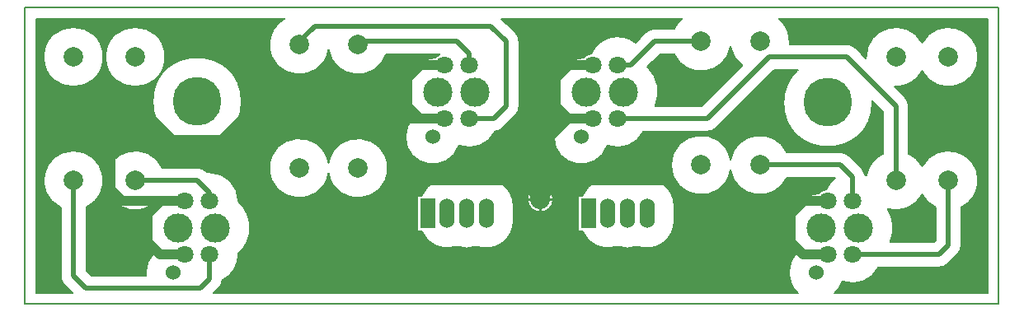
<source format=gbr>
G04 DesignSpark PCB Gerber Version 10.0 Build 5299*
G04 #@! TF.Part,Single*
G04 #@! TF.FileFunction,Copper,L1,Top*
G04 #@! TF.FilePolarity,Positive*
%FSLAX35Y35*%
%MOIN*%
G04 #@! TA.AperFunction,ComponentPad*
%ADD71O,0.06000X0.12000*%
%ADD70R,0.06000X0.12000*%
G04 #@! TD.AperFunction*
%ADD10C,0.00500*%
%ADD11C,0.01000*%
%ADD14C,0.02000*%
%ADD12C,0.04000*%
G04 #@! TA.AperFunction,ComponentPad*
%ADD19C,0.06000*%
%ADD17C,0.07087*%
%ADD16C,0.07874*%
G04 #@! TA.AperFunction,ViaPad*
%ADD13C,0.08000*%
G04 #@! TA.AperFunction,ComponentPad*
%ADD18C,0.11811*%
G04 #@! TA.AperFunction,WasherPad*
%ADD15C,0.19685*%
G04 #@! TD.AperFunction*
X0Y0D02*
D02*
D10*
X21904Y25250D02*
X415604D01*
Y145250D01*
X21904D01*
Y25250D01*
X26341Y140813D02*
Y29687D01*
X40978D01*
X37835Y32830D01*
G75*
G02*
X36313Y36500I3665J3670D01*
G01*
Y64361D01*
G75*
G02*
X41500Y87311I5187J10889D01*
G01*
G75*
G02*
X46687Y64361I0J-12061D01*
G01*
Y38648D01*
X48648Y36687D01*
X70744D01*
G75*
G02*
X70671Y37957I11053J1271D01*
G01*
G75*
G02*
X74151Y46038I11124J0D01*
G01*
G75*
G02*
X73335Y65313I9770J10068D01*
G01*
G75*
G02*
X54439Y75250I-6835J9937D01*
G01*
G75*
G02*
X77389Y80437I12061J0D01*
G01*
X91500D01*
G75*
G02*
X95170Y78915I0J-5187D01*
G01*
X95553Y78532D01*
G75*
G02*
X96500Y78571I948J-11631D01*
G01*
G75*
G02*
X108167Y66904I0J-11667D01*
G01*
G75*
G02*
X108164Y66626I-11669J-6D01*
G01*
G75*
G02*
X108165Y45587I-9282J-10520D01*
G01*
G75*
G02*
X108169Y45255I-11670J-332D01*
G01*
G75*
G02*
X101669Y34794I-11668J0D01*
G01*
G75*
G02*
X100167Y31582I-5167J458D01*
G01*
X98272Y29687D01*
X334355D01*
G75*
G02*
X334151Y46038I7441J8270D01*
G01*
G75*
G02*
X342929Y70101I9770J10069D01*
G01*
G75*
G02*
X345850Y71669I3587J-3179D01*
G01*
G75*
G02*
X349458Y76206I10650J-4765D01*
G01*
X349352Y76313D01*
X329889D01*
G75*
G02*
X307125Y79390I-10889J5187D01*
G01*
G75*
G02*
X283189Y81500I-11875J2110D01*
G01*
G75*
G02*
X307125Y83610I12061J0D01*
G01*
G75*
G02*
X329889Y86687I11875J-2110D01*
G01*
X351500D01*
G75*
G02*
X355170Y85165I0J-5187D01*
G01*
X360165Y80170D01*
G75*
G02*
X361610Y77393I-3665J-3670D01*
G01*
G75*
G02*
X362089Y77145I-5109J-10489D01*
G01*
G75*
G02*
X368813Y86139I11911J-1895D01*
G01*
Y103102D01*
X364456Y107459D01*
G75*
G02*
X364467Y106825I-17956J-629D01*
G01*
G75*
G02*
X328533I-17967J0D01*
G01*
G75*
G02*
X334353Y120063I17967J0D01*
G01*
X324904D01*
X301425Y96585D01*
G75*
G02*
X297755Y95063I-3670J3665D01*
G01*
X271950D01*
G75*
G02*
X257322Y89362I-10448J5193D01*
G01*
G75*
G02*
X235671Y92957I-10527J3594D01*
G01*
G75*
G02*
X239151Y101038I11124J0D01*
G01*
G75*
G02*
X247929Y125101I9770J10069D01*
G01*
G75*
G02*
X250850Y126669I3587J-3179D01*
G01*
G75*
G02*
X268727Y131063I10650J-4765D01*
G01*
X272830Y135165D01*
G75*
G02*
X276500Y136687I3670J-3665D01*
G01*
X284361D01*
G75*
G02*
X287586Y140813I10889J-5187D01*
G01*
X214522D01*
X220165Y135170D01*
G75*
G02*
X221687Y131500I-3665J-3670D01*
G01*
Y105250D01*
G75*
G02*
X220165Y101580I-5187J0D01*
G01*
X215251Y96666D01*
G75*
G02*
X211960Y95082I-3752J3584D01*
G01*
G75*
G02*
X197322Y89362I-10458J5174D01*
G01*
G75*
G02*
X175671Y92957I-10527J3594D01*
G01*
G75*
G02*
X179151Y101038I11124J0D01*
G01*
G75*
G02*
X187929Y125101I9770J10069D01*
G01*
G75*
G02*
X189595Y126313I3587J-3180D01*
G01*
X167900D01*
G75*
G02*
X144625Y128140I-11400J3937D01*
G01*
G75*
G02*
X120689Y130250I-11875J2110D01*
G01*
G75*
G02*
X126928Y140813I12061J0D01*
G01*
X26341D01*
X269374Y75298D02*
G75*
G02*
X284435Y64894I3937J-10404D01*
G01*
Y58894D01*
G75*
G02*
X269374Y48490I-11124J0D01*
G01*
G75*
G02*
X261500I-3937J10404D01*
G01*
G75*
G02*
X247283Y54644I-3937J10404D01*
G01*
X245439D01*
Y69144D01*
X247283D01*
G75*
G02*
X261500Y75298I10280J-4250D01*
G01*
G75*
G02*
X269374I3937J-10404D01*
G01*
X225000Y67750D02*
G75*
G02*
X235500I5250J0D01*
G01*
G75*
G02*
X225000I-5250J0D01*
G01*
X204374Y75298D02*
G75*
G02*
X219435Y64894I3937J-10404D01*
G01*
Y58894D01*
G75*
G02*
X204374Y48490I-11124J0D01*
G01*
G75*
G02*
X196500I-3937J10404D01*
G01*
G75*
G02*
X182283Y54644I-3937J10404D01*
G01*
X180439D01*
Y69144D01*
X182283D01*
G75*
G02*
X196500Y75298I10280J-4250D01*
G01*
G75*
G02*
X204374I3937J-10404D01*
G01*
X29439Y125250D02*
G75*
G02*
X53561I12061J0D01*
G01*
G75*
G02*
X29439I-12061J0D01*
G01*
X54439D02*
G75*
G02*
X78561I12061J0D01*
G01*
G75*
G02*
X54439I-12061J0D01*
G01*
X73533Y107169D02*
G75*
G02*
X109467I17967J0D01*
G01*
G75*
G02*
X73533I-17967J0D01*
G01*
X144625Y82360D02*
G75*
G02*
X168561Y80250I11875J-2110D01*
G01*
G75*
G02*
X144625Y78140I-12061J0D01*
G01*
G75*
G02*
X120689Y80250I-11875J2110D01*
G01*
G75*
G02*
X144625Y82360I12061J0D01*
G01*
X26591Y61894D02*
G36*
X26591Y61894D02*
Y29937D01*
X40728D01*
X37835Y32830D01*
G75*
G02*
X36313Y36500I3667J3671D01*
G01*
Y61894D01*
X26591D01*
G37*
X46687D02*
G36*
X46687Y61894D02*
Y38648D01*
X48648Y36687D01*
X70744D01*
G75*
G02*
X70671Y37953I10963J1266D01*
G01*
G75*
G02*
Y37957I11872J2D01*
G01*
G75*
G02*
X74151Y46038I11126J-1D01*
G01*
G75*
G02*
X69892Y56106I9771J10068D01*
G01*
G75*
G02*
X71141Y61894I14031J0D01*
G01*
X46687D01*
G37*
X100167Y31582D02*
G36*
X100167Y31582D02*
X98522Y29937D01*
X334086D01*
G75*
G02*
X330671Y37957I7709J8020D01*
G01*
G75*
G02*
X334151Y46038I11124J0D01*
G01*
G75*
G02*
X329892Y56106I9770J10069D01*
G01*
G75*
G02*
X331141Y61894I14030J0D01*
G01*
X284435D01*
Y58894D01*
G75*
G02*
X269374Y48490I-11124J0D01*
G01*
G75*
G02*
X261500I-3937J10403D01*
G01*
G75*
G02*
X247283Y54644I-3937J10404D01*
G01*
X245439D01*
Y61894D01*
X219435D01*
Y58894D01*
G75*
G02*
X204374Y48490I-11124J0D01*
G01*
G75*
G02*
X196500I-3937J10403D01*
G01*
G75*
G02*
X182283Y54644I-3937J10404D01*
G01*
X180439D01*
Y61894D01*
X111662D01*
G75*
G02*
X112911Y56107I-12780J-5787D01*
G01*
G75*
G02*
X108165Y45587I-14030J0D01*
G01*
G75*
G02*
X108169Y45256I-11635J-331D01*
G01*
Y45255D01*
G75*
G02*
X101669Y34794I-11669J0D01*
G01*
G75*
G02*
X100167Y31582I-5167J458D01*
G01*
G37*
X26591Y67750D02*
G36*
X26591Y67750D02*
Y61894D01*
X36313D01*
Y64361D01*
G75*
G02*
X32055Y67750I5187J10889D01*
G01*
X26591D01*
G37*
X46687Y64361D02*
G36*
X46687Y64361D02*
Y61894D01*
X71141D01*
G75*
G02*
X73335Y65313I12781J-5788D01*
G01*
G75*
G02*
X57055Y67750I-6835J9937D01*
G01*
X50945D01*
G75*
G02*
X46687Y64361I-9446J7500D01*
G01*
G37*
X108167Y66904D02*
G36*
X108167Y66904D02*
G75*
G02*
X108164Y66626I-12207J0D01*
G01*
G75*
G02*
X111662Y61894I-9282J-10520D01*
G01*
X180439D01*
Y67750D01*
X108137D01*
G75*
G02*
X108167Y66904I-11638J-846D01*
G01*
G37*
X219435Y64894D02*
G36*
X219435Y64894D02*
Y61894D01*
X245439D01*
Y67750D01*
X235500D01*
G75*
G02*
X225000I-5250J0D01*
G01*
X219062D01*
G75*
G02*
X219435Y64894I-10751J-2856D01*
G01*
Y64894D01*
G37*
X284435D02*
G36*
X284435Y64894D02*
Y61894D01*
X331141D01*
G75*
G02*
X336095Y67750I12781J-5788D01*
G01*
X284062D01*
G75*
G02*
X284435Y64894I-10751J-2856D01*
G01*
Y64894D01*
G37*
X26591Y80250D02*
G36*
X26591Y80250D02*
Y67750D01*
X32055D01*
G75*
G02*
X29439Y75250I9446J7500D01*
G01*
G75*
G02*
X30524Y80250I12061J0D01*
G01*
X26591D01*
G37*
X53561Y75250D02*
G36*
X53561Y75250D02*
G75*
G02*
X50945Y67750I-12061J0D01*
G01*
X57055D01*
G75*
G02*
X54439Y75250I9446J7500D01*
G01*
G75*
G02*
X55524Y80250I12061J0D01*
G01*
X52476D01*
G75*
G02*
X53561Y75250I-10976J-5000D01*
G01*
G37*
X92880Y80250D02*
G36*
X92880Y80250D02*
G75*
G02*
X95170Y78915I-1381J-5001D01*
G01*
X95553Y78532D01*
G75*
G02*
X96500Y78571I957J-11848D01*
G01*
G75*
G02*
X108137Y67750I0J-11667D01*
G01*
X180439D01*
Y69144D01*
X182283D01*
G75*
G02*
X196500Y75298I10280J-4250D01*
G01*
G75*
G02*
X204374I3937J-10403D01*
G01*
G75*
G02*
X219062Y67750I3937J-10404D01*
G01*
X225000D01*
G75*
G02*
X235500I5250J0D01*
G01*
X245439D01*
Y69144D01*
X247283D01*
G75*
G02*
X261500Y75298I10280J-4250D01*
G01*
G75*
G02*
X269374I3937J-10403D01*
G01*
G75*
G02*
X284062Y67750I3937J-10404D01*
G01*
X336095D01*
G75*
G02*
X342929Y70101I7826J-11643D01*
G01*
G75*
G02*
X345850Y71669I3587J-3180D01*
G01*
G75*
G02*
X349458Y76206I10651J-4766D01*
G01*
X349352Y76313D01*
X329889D01*
G75*
G02*
X307125Y79390I-10889J5187D01*
G01*
G75*
G02*
X283254Y80250I-11875J2110D01*
G01*
X168561D01*
G75*
G02*
X144625Y78140I-12061J0D01*
G01*
G75*
G02*
X120689Y80250I-11875J2110D01*
G01*
X92880D01*
G37*
X360085D02*
G36*
X360085Y80250D02*
X360165Y80170D01*
G75*
G02*
X361610Y77393I-3668J-3672D01*
G01*
G75*
G02*
X362089Y77145I-5169J-10604D01*
G01*
G75*
G02*
X363024Y80250I11912J-1896D01*
G01*
X360085D01*
G37*
X26591Y107169D02*
G36*
X26591Y107169D02*
Y80250D01*
X30524D01*
G75*
G02*
X41500Y87311I10976J-5000D01*
G01*
G75*
G02*
X52476Y80250I0J-12061D01*
G01*
X55524D01*
G75*
G02*
X77389Y80437I10976J-5000D01*
G01*
X91500D01*
G75*
G02*
X92880Y80250I0J-5189D01*
G01*
X120689D01*
G75*
G02*
X144625Y82360I12061J0D01*
G01*
G75*
G02*
X168561Y80250I11875J-2111D01*
G01*
X283254D01*
G75*
G02*
X283189Y81500I11998J1250D01*
G01*
G75*
G02*
X307125Y83610I12061J0D01*
G01*
G75*
G02*
X329889Y86687I11875J-2110D01*
G01*
X351500D01*
G75*
G02*
X355170Y85165I-1J-5188D01*
G01*
X360085Y80250D01*
X363024D01*
G75*
G02*
X368563Y86016I10976J-5001D01*
G01*
Y103352D01*
X364745Y107169D01*
X364463D01*
G75*
G02*
X364467Y106825I-18236J-339D01*
G01*
Y106825D01*
G75*
G02*
X328533I-17967J0D01*
G01*
G75*
G02*
X328537Y107169I17977J8D01*
G01*
X312010D01*
X301425Y96585D01*
G75*
G02*
X297755Y95063I-3671J3667D01*
G01*
X271950D01*
G75*
G02*
X257322Y89362I-10448J5193D01*
G01*
G75*
G02*
X235671Y92957I-10527J3594D01*
G01*
G75*
G02*
X239151Y101038I11126J-1D01*
G01*
G75*
G02*
X235456Y107169I9770J10069D01*
G01*
X221687D01*
Y105250D01*
G75*
G02*
X220165Y101580I-5188J1D01*
G01*
X215251Y96666D01*
G75*
G02*
X211960Y95082I-3752J3586D01*
G01*
G75*
G02*
X197322Y89362I-10458J5174D01*
G01*
G75*
G02*
X175671Y92957I-10527J3594D01*
G01*
G75*
G02*
X179151Y101038I11126J-1D01*
G01*
G75*
G02*
X175456Y107169I9770J10069D01*
G01*
X109467D01*
G75*
G02*
X73533I-17967J0D01*
G01*
X26591D01*
G37*
Y125250D02*
G36*
X26591Y125250D02*
Y107169D01*
X73533D01*
G75*
G02*
X109467I17967J0D01*
G01*
X175456D01*
G75*
G02*
X174892Y111106I13465J3937D01*
G01*
G75*
G02*
X187929Y125101I14030J0D01*
G01*
G75*
G02*
X188067Y125250I3587J-3174D01*
G01*
X167476D01*
G75*
G02*
X145524I-10976J5000D01*
G01*
X143726D01*
G75*
G02*
X121774I-10976J5000D01*
G01*
X78561D01*
G75*
G02*
X54439I-12061J0D01*
G01*
X53561D01*
G75*
G02*
X29439I-12061J0D01*
G01*
X26591D01*
G37*
X221687D02*
G36*
X221687Y125250D02*
Y107169D01*
X235456D01*
G75*
G02*
X234892Y111106I13465J3937D01*
G01*
G75*
G02*
X247929Y125101I14030J0D01*
G01*
G75*
G02*
X248067Y125250I3588J-3185D01*
G01*
X221687D01*
G37*
X324904Y120063D02*
G36*
X324904Y120063D02*
X312010Y107169D01*
X328537D01*
G75*
G02*
X334353Y120063I17965J-346D01*
G01*
X324904D01*
G37*
X364456Y107459D02*
G36*
X364456Y107459D02*
G75*
G02*
X364463Y107169I-18240J-641D01*
G01*
X364745D01*
X364456Y107459D01*
G37*
X26591Y140563D02*
G36*
X26591Y140563D02*
Y125250D01*
X29439D01*
G75*
G02*
X53561I12061J0D01*
G01*
X54439D01*
G75*
G02*
X78561I12061J0D01*
G01*
X121774D01*
G75*
G02*
X120689Y130250I10976J5000D01*
G01*
G75*
G02*
X126496Y140563I12062J0D01*
G01*
X26591D01*
G37*
X144625Y128140D02*
G36*
X144625Y128140D02*
G75*
G02*
X143726Y125250I-11876J2110D01*
G01*
X145524D01*
G75*
G02*
X144625Y128140I10976J5000D01*
G01*
G37*
X167900Y126313D02*
G36*
X167900Y126313D02*
G75*
G02*
X167476Y125250I-11402J3936D01*
G01*
X188067D01*
G75*
G02*
X189595Y126313I3448J-3328D01*
G01*
X167900D01*
G37*
X214772Y140563D02*
G36*
X214772Y140563D02*
X220165Y135170D01*
G75*
G02*
X221687Y131500I-3667J-3671D01*
G01*
Y125250D01*
X248067D01*
G75*
G02*
X250850Y126669I3450J-3328D01*
G01*
G75*
G02*
X268727Y131063I10650J-4765D01*
G01*
X272830Y135165D01*
G75*
G02*
X276500Y136687I3671J-3667D01*
G01*
X284361D01*
G75*
G02*
X287292Y140563I10890J-5188D01*
G01*
X214772D01*
G37*
X273580Y121244D02*
G75*
G02*
X276715Y105437I-9699J-10138D01*
G01*
X295607D01*
X311911Y121742D01*
G75*
G02*
X307125Y129390I7089J9758D01*
G01*
G75*
G02*
X284361Y126313I-11875J2110D01*
G01*
X278648D01*
X273580Y121244D01*
G36*
X273580Y121244D02*
G75*
G02*
X276715Y105437I-9699J-10138D01*
G01*
X295607D01*
X311911Y121742D01*
G75*
G02*
X307125Y129390I7089J9758D01*
G01*
G75*
G02*
X284361Y126313I-11875J2110D01*
G01*
X278648D01*
X273580Y121244D01*
G37*
X326664Y140813D02*
G75*
G02*
X331014Y130437I-7665J-9314D01*
G01*
X354000D01*
G75*
G02*
X357670Y128915I0J-5187D01*
G01*
X361955Y124631D01*
G75*
G02*
X361939Y125250I12046J616D01*
G01*
G75*
G02*
X384625Y130957I12061J0D01*
G01*
G75*
G02*
X407311Y125250I10625J-5707D01*
G01*
G75*
G02*
X384625Y119543I-12061J0D01*
G01*
G75*
G02*
X374000Y113189I-10625J5708D01*
G01*
G75*
G02*
X373381Y113205I-3J12062D01*
G01*
X377665Y108920D01*
G75*
G02*
X379187Y105250I-3665J-3670D01*
G01*
Y86139D01*
G75*
G02*
X384625Y80957I-5187J-10889D01*
G01*
G75*
G02*
X407311Y75250I10625J-5707D01*
G01*
G75*
G02*
X400437Y64361I-12061J0D01*
G01*
Y49000D01*
G75*
G02*
X398915Y45330I-5187J0D01*
G01*
X395170Y41585D01*
G75*
G02*
X391500Y40063I-3670J3665D01*
G01*
X366950D01*
G75*
G02*
X352322Y34362I-10448J5193D01*
G01*
G75*
G02*
X349235Y29687I-10528J3594D01*
G01*
X411167D01*
Y140813D01*
X326664D01*
G36*
X326664Y140813D02*
G75*
G02*
X331014Y130437I-7665J-9314D01*
G01*
X354000D01*
G75*
G02*
X357670Y128915I0J-5187D01*
G01*
X361955Y124631D01*
G75*
G02*
X361939Y125250I12046J616D01*
G01*
G75*
G02*
X384625Y130957I12061J0D01*
G01*
G75*
G02*
X407311Y125250I10625J-5707D01*
G01*
G75*
G02*
X384625Y119543I-12061J0D01*
G01*
G75*
G02*
X374000Y113189I-10625J5708D01*
G01*
G75*
G02*
X373381Y113205I-3J12062D01*
G01*
X377665Y108920D01*
G75*
G02*
X379187Y105250I-3665J-3670D01*
G01*
Y86139D01*
G75*
G02*
X384625Y80957I-5187J-10889D01*
G01*
G75*
G02*
X407311Y75250I10625J-5707D01*
G01*
G75*
G02*
X400437Y64361I-12061J0D01*
G01*
Y49000D01*
G75*
G02*
X398915Y45330I-5187J0D01*
G01*
X395170Y41585D01*
G75*
G02*
X391500Y40063I-3670J3665D01*
G01*
X366950D01*
G75*
G02*
X352322Y34362I-10448J5193D01*
G01*
G75*
G02*
X349235Y29687I-10528J3594D01*
G01*
X411167D01*
Y140813D01*
X326664D01*
G37*
X370713Y63645D02*
G75*
G02*
X371715Y50437I-11832J-7539D01*
G01*
X389352D01*
X390063Y51148D01*
Y64361D01*
G75*
G02*
X384625Y69543I5187J10889D01*
G01*
G75*
G02*
X370713Y63645I-10626J5708D01*
G01*
G36*
X370713Y63645D02*
G75*
G02*
X371715Y50437I-11832J-7539D01*
G01*
X389352D01*
X390063Y51148D01*
Y64361D01*
G75*
G02*
X384625Y69543I5187J10889D01*
G01*
G75*
G02*
X370713Y63645I-10626J5708D01*
G01*
G37*
D02*
D11*
X226750Y67750D02*
X224750D01*
X230250Y64250D02*
Y62250D01*
Y71250D02*
Y73250D01*
X233750Y67750D02*
X235750D01*
D02*
D12*
X76922Y66922D02*
X71500Y61500D01*
Y50206D01*
X76500Y45206D01*
X85250D01*
X85294Y45250D01*
X86500D01*
X86516Y66922D02*
X76922D01*
X86938Y66500D02*
X86516Y66922D01*
X101500Y91500D02*
X102750D01*
Y90250D01*
X127750Y65250D01*
X162750D01*
X172750Y75250D01*
X222750D01*
X230250Y67750D01*
X101500Y91500D02*
X81500D01*
X71500Y101500D01*
X61500D01*
X56500Y96500D01*
Y71500D01*
X61078Y66922D01*
X76922D01*
X181500Y100244D02*
X110244D01*
X101500Y91500D01*
X190250Y100244D02*
X190256Y100250D01*
X191500D02*
X181506D01*
X181500Y100244D01*
X191516Y121922D02*
X181922D01*
X176500Y116500D01*
Y105244D01*
X181500Y100244D01*
X230250Y67750D02*
X237750Y75250D01*
X281500D01*
X289828Y66922D01*
X337750D01*
X230250Y67750D02*
Y89000D01*
X241500Y100250D01*
X251500D01*
X251516Y121922D02*
X241922D01*
X236500Y116500D01*
Y105250D01*
X241500Y100250D01*
X337750Y66922D02*
X336922D01*
X331500Y61500D01*
Y50250D01*
X336500Y45250D01*
X346500D01*
X346516Y66922D02*
X337750D01*
D02*
D13*
X230250Y67750D03*
D02*
D14*
X96500Y66904D02*
Y70250D01*
X91500Y75250D01*
X66500D01*
X96502Y45255D02*
Y35252D01*
X92750Y31500D01*
X46500D01*
X41500Y36500D01*
Y75250D01*
X132750Y130250D02*
Y131500D01*
X139000Y137750D01*
X210250D01*
X216500Y131500D01*
Y105250D01*
X211500Y100250D01*
X211495Y100255D01*
X201502D01*
X156500Y130250D02*
X157750Y131500D01*
X196500D01*
X201500Y126500D01*
Y121904D01*
X201096D02*
X201500D01*
X206500Y63705D02*
X208311Y61894D01*
X266500Y62957D02*
X265437Y61894D01*
X295250Y131500D02*
X276500D01*
X266904Y121904D01*
X261500D01*
X319000Y81500D02*
X351500D01*
X356500Y76500D01*
Y66904D01*
X356502Y45255D02*
X356500Y45253D01*
X356502Y45255D02*
X357742D01*
X357747Y45250D01*
X391500D01*
X395250Y49000D01*
Y75250D01*
X374000D02*
Y105250D01*
X354000Y125250D01*
X322755D01*
X297755Y100250D01*
X261502D01*
Y100255D01*
D02*
D15*
X91500Y107169D03*
X346500Y106825D03*
D02*
D16*
X41500Y75250D03*
Y125250D03*
X66500Y75250D03*
Y125250D03*
X132750Y80250D03*
Y130250D03*
X156500Y80250D03*
Y130250D03*
X295250Y81500D03*
Y131500D03*
X319000Y81500D03*
Y131500D03*
X374000Y75250D03*
Y125250D03*
X395250Y75250D03*
Y125250D03*
D02*
D17*
X86500Y45250D03*
X86516Y66922D03*
X96500Y66904D03*
X96502Y45255D03*
X191500Y100250D03*
X191516Y121922D03*
X201500Y121904D03*
X201502Y100255D03*
X251500Y100250D03*
X251516Y121922D03*
X261500Y121904D03*
X261502Y100255D03*
X346500Y45250D03*
X346516Y66922D03*
X356500Y66904D03*
X356502Y45255D03*
D02*
D18*
X83921Y56106D03*
X98882D03*
X188921Y111106D03*
X203882D03*
X248921D03*
X263882D03*
X343921Y56106D03*
X358882D03*
D02*
D19*
X81795Y37957D03*
X186795Y92957D03*
X246795D03*
X341795Y37957D03*
D02*
D70*
X184689Y61894D03*
X249689D03*
D02*
D71*
X192563D03*
X200437D03*
X208311D03*
X257563D03*
X265437D03*
X273311D03*
X0Y0D02*
M02*

</source>
